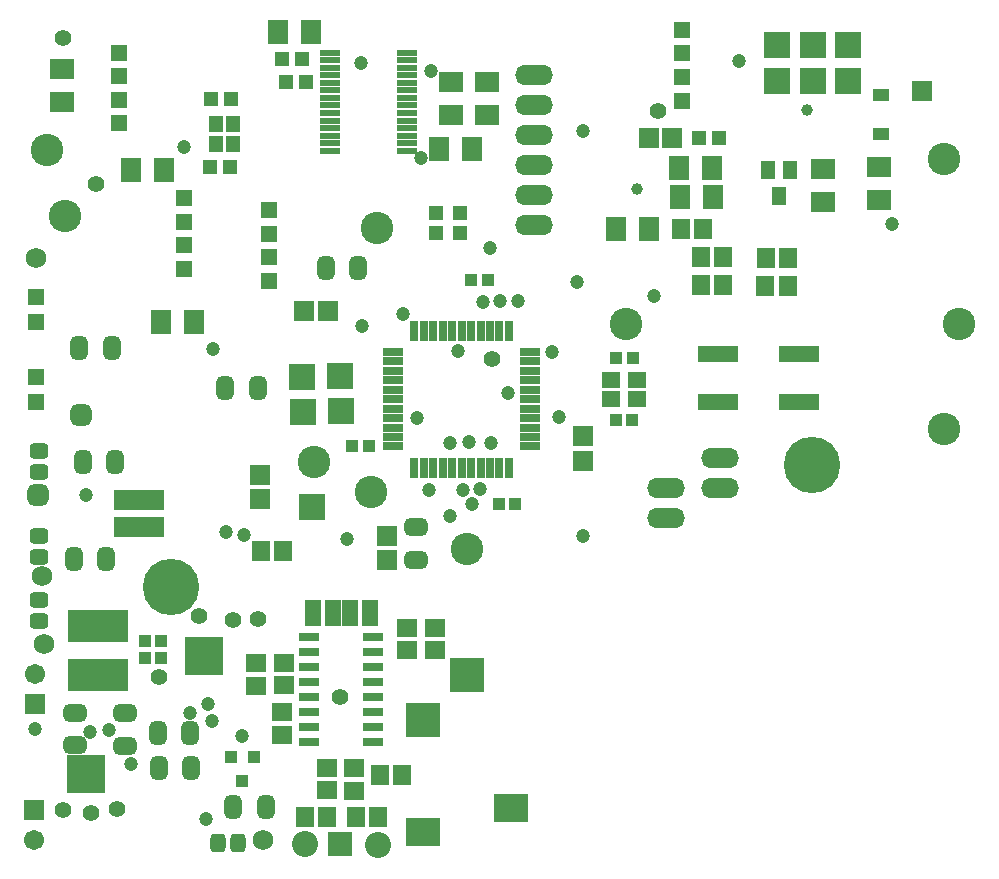
<source format=gbs>
G04 Layer_Color=16711935*
%FSLAX44Y44*%
%MOMM*%
G71*
G01*
G75*
G04:AMPARAMS|DCode=91|XSize=1.9532mm|YSize=1.4532mm|CornerRadius=0.4141mm|HoleSize=0mm|Usage=FLASHONLY|Rotation=270.000|XOffset=0mm|YOffset=0mm|HoleType=Round|Shape=RoundedRectangle|*
%AMROUNDEDRECTD91*
21,1,1.9532,0.6250,0,0,270.0*
21,1,1.1250,1.4532,0,0,270.0*
1,1,0.8282,-0.3125,-0.5625*
1,1,0.8282,-0.3125,0.5625*
1,1,0.8282,0.3125,0.5625*
1,1,0.8282,0.3125,-0.5625*
%
%ADD91ROUNDEDRECTD91*%
G04:AMPARAMS|DCode=92|XSize=1.9532mm|YSize=1.4532mm|CornerRadius=0.4141mm|HoleSize=0mm|Usage=FLASHONLY|Rotation=0.000|XOffset=0mm|YOffset=0mm|HoleType=Round|Shape=RoundedRectangle|*
%AMROUNDEDRECTD92*
21,1,1.9532,0.6250,0,0,0.0*
21,1,1.1250,1.4532,0,0,0.0*
1,1,0.8282,0.5625,-0.3125*
1,1,0.8282,-0.5625,-0.3125*
1,1,0.8282,-0.5625,0.3125*
1,1,0.8282,0.5625,0.3125*
%
%ADD92ROUNDEDRECTD92*%
%ADD93R,2.0033X1.8032*%
%ADD94R,1.7033X1.5032*%
%ADD95R,1.2032X1.3033*%
G04:AMPARAMS|DCode=96|XSize=1.6032mm|YSize=1.3032mm|CornerRadius=0.3766mm|HoleSize=0mm|Usage=FLASHONLY|Rotation=0.000|XOffset=0mm|YOffset=0mm|HoleType=Round|Shape=RoundedRectangle|*
%AMROUNDEDRECTD96*
21,1,1.6032,0.5500,0,0,0.0*
21,1,0.8500,1.3032,0,0,0.0*
1,1,0.7532,0.4250,-0.2750*
1,1,0.7532,-0.4250,-0.2750*
1,1,0.7532,-0.4250,0.2750*
1,1,0.7532,0.4250,0.2750*
%
%ADD96ROUNDEDRECTD96*%
%ADD99R,1.7032X1.7032*%
%ADD100C,1.7032*%
%ADD101O,3.2032X1.7032*%
%ADD102C,1.7272*%
%ADD103C,2.7432*%
%ADD104C,4.7752*%
%ADD105C,1.2032*%
%ADD106C,1.0032*%
%ADD107C,0.7032*%
%ADD108C,1.4032*%
%ADD109R,1.3032X1.4032*%
%ADD110R,1.6032X1.3532*%
%ADD111R,1.4032X1.4032*%
%ADD112R,1.1032X1.0032*%
%ADD113R,1.7272X1.7272*%
%ADD114R,1.7272X1.7272*%
%ADD115R,1.2032X1.6032*%
%ADD116R,1.4032X1.1132*%
%ADD117R,2.2032X2.2032*%
%ADD118R,1.8032X2.0033*%
%ADD119R,1.4031X1.4031*%
%ADD120R,1.7032X0.8032*%
G04:AMPARAMS|DCode=121|XSize=1.6032mm|YSize=1.3032mm|CornerRadius=0.3766mm|HoleSize=0mm|Usage=FLASHONLY|Rotation=270.000|XOffset=0mm|YOffset=0mm|HoleType=Round|Shape=RoundedRectangle|*
%AMROUNDEDRECTD121*
21,1,1.6032,0.5500,0,0,270.0*
21,1,0.8500,1.3032,0,0,270.0*
1,1,0.7532,-0.2750,-0.4250*
1,1,0.7532,-0.2750,0.4250*
1,1,0.7532,0.2750,0.4250*
1,1,0.7532,0.2750,-0.4250*
%
%ADD121ROUNDEDRECTD121*%
%ADD122R,5.2032X2.7432*%
%ADD123R,3.0032X3.0032*%
%ADD124R,3.0032X2.4032*%
%ADD125R,1.7033X0.7033*%
%ADD126R,0.7033X1.7033*%
%ADD127R,1.7032X0.6032*%
%ADD128R,1.5032X1.7033*%
%ADD129R,1.3033X1.2032*%
%ADD130R,1.0032X1.1032*%
%ADD131R,3.4031X1.4031*%
%ADD132R,3.2032X3.2032*%
G04:AMPARAMS|DCode=133|XSize=1.8032mm|YSize=1.8032mm|CornerRadius=0.5016mm|HoleSize=0mm|Usage=FLASHONLY|Rotation=0.000|XOffset=0mm|YOffset=0mm|HoleType=Round|Shape=RoundedRectangle|*
%AMROUNDEDRECTD133*
21,1,1.8032,0.8000,0,0,0.0*
21,1,0.8000,1.8032,0,0,0.0*
1,1,1.0032,0.4000,-0.4000*
1,1,1.0032,-0.4000,-0.4000*
1,1,1.0032,-0.4000,0.4000*
1,1,1.0032,0.4000,0.4000*
%
%ADD133ROUNDEDRECTD133*%
%ADD134R,1.4032X2.2032*%
%ADD135R,4.2032X1.7032*%
%ADD136R,1.7032X1.7032*%
%ADD137R,2.0032X2.0032*%
%ADD138C,2.2032*%
D91*
X302250Y339750D02*
D03*
X329750D02*
D03*
X437250Y129500D02*
D03*
X464750D02*
D03*
X401500Y162250D02*
D03*
X374000D02*
D03*
X373250Y192000D02*
D03*
X400750D02*
D03*
X334250Y518250D02*
D03*
X306750D02*
D03*
X337000Y421750D02*
D03*
X309500D02*
D03*
X430500Y484250D02*
D03*
X458000D02*
D03*
X515500Y586000D02*
D03*
X543000D02*
D03*
D92*
X345750Y181500D02*
D03*
Y209000D02*
D03*
X303000Y181750D02*
D03*
Y209250D02*
D03*
X592000Y366250D02*
D03*
Y338750D02*
D03*
D93*
X983500Y643250D02*
D03*
Y671251D02*
D03*
X936000Y670001D02*
D03*
Y642000D02*
D03*
X292000Y726499D02*
D03*
Y754501D02*
D03*
X652000Y715499D02*
D03*
Y743501D02*
D03*
X621500Y714999D02*
D03*
Y743000D02*
D03*
D94*
X516250Y143500D02*
D03*
Y162500D02*
D03*
X539000Y143250D02*
D03*
Y162250D02*
D03*
X478750Y190750D02*
D03*
Y209750D02*
D03*
X584520Y281040D02*
D03*
Y262041D02*
D03*
X607520D02*
D03*
Y281040D02*
D03*
X456000Y251170D02*
D03*
Y232171D02*
D03*
X479750Y232421D02*
D03*
Y251420D02*
D03*
D95*
X628750Y632703D02*
D03*
Y615706D02*
D03*
X608500Y632703D02*
D03*
Y615706D02*
D03*
D96*
X272750Y430750D02*
D03*
Y413250D02*
D03*
X273000Y287250D02*
D03*
Y304750D02*
D03*
X272500Y341500D02*
D03*
Y359000D02*
D03*
D99*
X268250Y127000D02*
D03*
X269000Y216750D02*
D03*
D100*
X268250Y101600D02*
D03*
X269000Y242150D02*
D03*
D101*
X691750Y622500D02*
D03*
Y647900D02*
D03*
Y673300D02*
D03*
Y698700D02*
D03*
Y724100D02*
D03*
Y749500D02*
D03*
X803750Y399700D02*
D03*
Y374300D02*
D03*
X849500Y424950D02*
D03*
Y399550D02*
D03*
D102*
X274750Y324750D02*
D03*
X277000Y267750D02*
D03*
X462250Y101750D02*
D03*
X270250Y594250D02*
D03*
D103*
X1051560Y538480D02*
D03*
X769620D02*
D03*
X1038860Y449580D02*
D03*
Y678180D02*
D03*
X294640Y629920D02*
D03*
X505460Y421640D02*
D03*
X553720Y396240D02*
D03*
X558800Y619760D02*
D03*
X279400Y685800D02*
D03*
X635000Y347980D02*
D03*
D104*
X927100Y419100D02*
D03*
X384000Y316000D02*
D03*
D105*
X669750Y480000D02*
D03*
X546500Y537000D02*
D03*
X654250Y603000D02*
D03*
X350500Y165750D02*
D03*
X316000Y193250D02*
D03*
X627500Y515750D02*
D03*
X533705Y356045D02*
D03*
X994750Y622750D02*
D03*
X865250Y761250D02*
D03*
X269000Y195500D02*
D03*
X646000Y398500D02*
D03*
X400500Y209250D02*
D03*
X655000Y438000D02*
D03*
X639500Y385750D02*
D03*
X712500Y459750D02*
D03*
X707000Y515000D02*
D03*
X580500Y546500D02*
D03*
X632000Y398000D02*
D03*
X603000D02*
D03*
X620750Y376000D02*
D03*
X636500Y438250D02*
D03*
X621000Y438000D02*
D03*
X592250Y459000D02*
D03*
X662749Y557749D02*
D03*
X678250Y557500D02*
D03*
X648250Y557250D02*
D03*
X446250Y360000D02*
D03*
X431000Y362000D02*
D03*
X414000Y119000D02*
D03*
X312500Y393750D02*
D03*
X420000Y517500D02*
D03*
X545382Y759500D02*
D03*
X793500Y562000D02*
D03*
X395750Y688250D02*
D03*
X728000Y574000D02*
D03*
X733250Y701500D02*
D03*
X419250Y202250D02*
D03*
X415750Y216297D02*
D03*
X332250Y194750D02*
D03*
X604250Y753000D02*
D03*
X596000Y678750D02*
D03*
X444750Y189750D02*
D03*
X733250Y358500D02*
D03*
D106*
X778500Y652750D02*
D03*
X923250Y720000D02*
D03*
D107*
X312420Y157480D02*
D03*
Y149860D02*
D03*
Y165100D02*
D03*
X304800Y149860D02*
D03*
Y157480D02*
D03*
Y165100D02*
D03*
X320040D02*
D03*
Y157480D02*
D03*
Y149860D02*
D03*
X422660Y257000D02*
D03*
X412500D02*
D03*
X402340D02*
D03*
Y267160D02*
D03*
Y246840D02*
D03*
X412500Y267160D02*
D03*
Y246840D02*
D03*
X422660Y267160D02*
D03*
Y246840D02*
D03*
D108*
X797000Y718750D02*
D03*
X339000Y127750D02*
D03*
X374500Y239500D02*
D03*
X457750Y289000D02*
D03*
X437000Y287750D02*
D03*
X408000Y291250D02*
D03*
X293250Y126500D02*
D03*
X316500Y124750D02*
D03*
X656000Y509000D02*
D03*
X321000Y657250D02*
D03*
X293250Y780750D02*
D03*
X527500Y222200D02*
D03*
D109*
X422750Y708000D02*
D03*
Y691000D02*
D03*
X436750D02*
D03*
Y708000D02*
D03*
D110*
X778500Y491250D02*
D03*
X756500D02*
D03*
Y475250D02*
D03*
X778500D02*
D03*
D111*
X817000Y787500D02*
D03*
Y767500D02*
D03*
Y747500D02*
D03*
Y727500D02*
D03*
X340750Y708250D02*
D03*
Y728250D02*
D03*
Y748250D02*
D03*
Y768250D02*
D03*
X395750Y645000D02*
D03*
Y625000D02*
D03*
Y605000D02*
D03*
Y585000D02*
D03*
X467000Y634750D02*
D03*
Y614750D02*
D03*
Y594750D02*
D03*
Y574750D02*
D03*
D112*
X444750Y151500D02*
D03*
X454250Y171500D02*
D03*
X435250D02*
D03*
D113*
X788750Y696250D02*
D03*
X808750D02*
D03*
X517000Y549500D02*
D03*
X497000D02*
D03*
X1020000Y735500D02*
D03*
D114*
X567250Y338500D02*
D03*
Y358500D02*
D03*
X459500Y390250D02*
D03*
Y410250D02*
D03*
D115*
X889500Y669000D02*
D03*
X899000Y647000D02*
D03*
X908500Y669000D02*
D03*
D116*
X985500Y699250D02*
D03*
Y731950D02*
D03*
D117*
X957750Y774250D02*
D03*
X927750D02*
D03*
X897750D02*
D03*
X957750Y744250D02*
D03*
X927750D02*
D03*
X897750D02*
D03*
X527500Y494250D02*
D03*
X528250Y464500D02*
D03*
X495750Y463750D02*
D03*
X495250Y493750D02*
D03*
X503660Y383618D02*
D03*
D118*
X761000Y619250D02*
D03*
X789000D02*
D03*
X814750Y670500D02*
D03*
X842750D02*
D03*
X815499Y645750D02*
D03*
X843501D02*
D03*
X474749Y785250D02*
D03*
X502751D02*
D03*
X378750Y668750D02*
D03*
X350750D02*
D03*
X610999Y686500D02*
D03*
X639001D02*
D03*
X403750Y539750D02*
D03*
X375750D02*
D03*
D119*
X270000Y493500D02*
D03*
Y472500D02*
D03*
X270250Y540250D02*
D03*
Y561250D02*
D03*
D120*
X555250Y273000D02*
D03*
Y260300D02*
D03*
Y247600D02*
D03*
Y234900D02*
D03*
Y222200D02*
D03*
Y209500D02*
D03*
Y196800D02*
D03*
Y184100D02*
D03*
X501250D02*
D03*
Y196800D02*
D03*
Y209500D02*
D03*
Y222200D02*
D03*
Y234900D02*
D03*
Y247600D02*
D03*
Y260300D02*
D03*
Y273000D02*
D03*
D121*
X424000Y99250D02*
D03*
X441500D02*
D03*
D122*
X322750Y241040D02*
D03*
Y282960D02*
D03*
D123*
X635000Y241500D02*
D03*
X598000Y203500D02*
D03*
D124*
X672000Y128500D02*
D03*
X598000Y108500D02*
D03*
D125*
X572499Y514750D02*
D03*
Y506749D02*
D03*
Y498750D02*
D03*
Y490750D02*
D03*
Y482751D02*
D03*
Y474750D02*
D03*
Y466749D02*
D03*
Y458750D02*
D03*
Y450750D02*
D03*
Y442751D02*
D03*
Y434750D02*
D03*
X688501D02*
D03*
Y442751D02*
D03*
Y450750D02*
D03*
Y458750D02*
D03*
Y466749D02*
D03*
Y474750D02*
D03*
Y482751D02*
D03*
Y490750D02*
D03*
Y498750D02*
D03*
Y506749D02*
D03*
Y514750D02*
D03*
D126*
X590500Y416749D02*
D03*
X598501D02*
D03*
X606499D02*
D03*
X614501D02*
D03*
X622499D02*
D03*
X630500D02*
D03*
X638501D02*
D03*
X646499D02*
D03*
X654501D02*
D03*
X662499D02*
D03*
X670500D02*
D03*
Y532751D02*
D03*
X662499D02*
D03*
X654501D02*
D03*
X646499D02*
D03*
X638501D02*
D03*
X630500D02*
D03*
X622499D02*
D03*
X614501D02*
D03*
X606499D02*
D03*
X598501D02*
D03*
X590500D02*
D03*
D127*
X518750Y691400D02*
D03*
Y685000D02*
D03*
Y697800D02*
D03*
Y704200D02*
D03*
Y729800D02*
D03*
Y723400D02*
D03*
Y710600D02*
D03*
Y717000D02*
D03*
Y768200D02*
D03*
Y761800D02*
D03*
X584250Y685000D02*
D03*
Y691400D02*
D03*
X518750Y755400D02*
D03*
Y749000D02*
D03*
Y736200D02*
D03*
Y742600D02*
D03*
X584250Y755400D02*
D03*
Y749000D02*
D03*
Y761800D02*
D03*
Y768200D02*
D03*
Y729800D02*
D03*
Y723400D02*
D03*
Y736200D02*
D03*
Y742600D02*
D03*
Y717000D02*
D03*
Y710600D02*
D03*
Y697800D02*
D03*
Y704200D02*
D03*
D128*
X497500Y121250D02*
D03*
X516500D02*
D03*
X559750Y121000D02*
D03*
X540750D02*
D03*
X561250Y156500D02*
D03*
X580250D02*
D03*
X460500Y346000D02*
D03*
X479500D02*
D03*
X835000Y619250D02*
D03*
X816000D02*
D03*
X832750Y571500D02*
D03*
X851750D02*
D03*
X906500Y570500D02*
D03*
X887500D02*
D03*
X851750Y595000D02*
D03*
X832750D02*
D03*
X888000Y594500D02*
D03*
X907000D02*
D03*
D129*
X478251Y763000D02*
D03*
X495249D02*
D03*
X418001Y728500D02*
D03*
X434999D02*
D03*
X481501Y743250D02*
D03*
X498499D02*
D03*
X434499Y671250D02*
D03*
X417501D02*
D03*
X847999Y696000D02*
D03*
X831001D02*
D03*
D130*
X362000Y256000D02*
D03*
X376000D02*
D03*
X362000Y269750D02*
D03*
X376000D02*
D03*
X551750Y434750D02*
D03*
X537750D02*
D03*
X661750Y386250D02*
D03*
X675750D02*
D03*
X638750Y575750D02*
D03*
X652750D02*
D03*
X775250Y510000D02*
D03*
X761250D02*
D03*
X774750Y457500D02*
D03*
X760750D02*
D03*
D131*
X847750Y472750D02*
D03*
X915750D02*
D03*
Y512750D02*
D03*
X847750D02*
D03*
D132*
X312420Y157480D02*
D03*
X412500Y257000D02*
D03*
D133*
X272000Y393250D02*
D03*
X307750Y461000D02*
D03*
D134*
X521500Y293500D02*
D03*
X536000D02*
D03*
X504750Y293750D02*
D03*
X553250Y293500D02*
D03*
D135*
X357000Y366500D02*
D03*
X357250Y389500D02*
D03*
D136*
X733500Y422500D02*
D03*
Y443500D02*
D03*
D137*
X527750Y98500D02*
D03*
D138*
X497500Y97750D02*
D03*
X559250Y97250D02*
D03*
M02*

</source>
